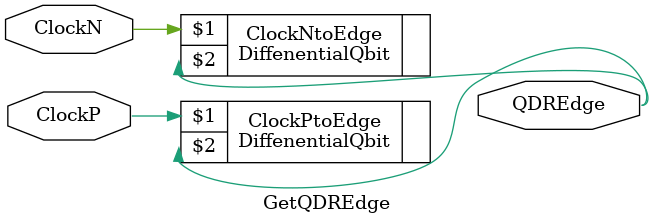
<source format=v>
module GetQDREdge
(
  output QDREdge,
  input ClockP,
  input ClockN
);
  tri QDREdge;
  tri ClockP;
  tri ClockN;

  DiffenentialQbit ClockPtoEdge(ClockP,QDREdge);
  DiffenentialQbit ClockNtoEdge(ClockN,QDREdge);
  
endmodule

</source>
